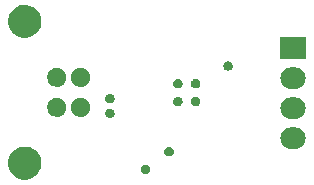
<source format=gbs>
G04 #@! TF.FileFunction,Soldermask,Bot*
%FSLAX46Y46*%
G04 Gerber Fmt 4.6, Leading zero omitted, Abs format (unit mm)*
G04 Created by KiCad (PCBNEW LL-2015-09-25-git:d09c0a2-llkicadgr) date Fri 25 Sep 2015 11:15:43 PM EEST*
%MOMM*%
G01*
G04 APERTURE LIST*
%ADD10C,0.150000*%
G04 APERTURE END LIST*
D10*
G36*
X134448049Y-109580401D02*
X134716999Y-109635609D01*
X134970100Y-109742002D01*
X135197718Y-109895532D01*
X135391182Y-110090352D01*
X135543121Y-110319037D01*
X135647742Y-110572870D01*
X135701004Y-110841858D01*
X135701004Y-110841868D01*
X135701070Y-110842202D01*
X135696691Y-111155797D01*
X135696615Y-111156131D01*
X135696615Y-111156143D01*
X135635867Y-111423529D01*
X135524194Y-111674350D01*
X135365931Y-111898702D01*
X135167101Y-112088045D01*
X134935289Y-112235157D01*
X134679312Y-112334445D01*
X134408930Y-112382120D01*
X134134433Y-112376371D01*
X133866275Y-112317412D01*
X133614690Y-112207497D01*
X133389231Y-112050799D01*
X133198509Y-111853300D01*
X133049782Y-111622522D01*
X132948711Y-111367245D01*
X132899147Y-111097194D01*
X132902981Y-110822666D01*
X132960063Y-110554112D01*
X133068224Y-110301755D01*
X133223339Y-110075216D01*
X133419504Y-109883116D01*
X133649242Y-109732780D01*
X133903806Y-109629930D01*
X134173496Y-109578484D01*
X134448049Y-109580401D01*
X134448049Y-109580401D01*
G37*
G36*
X144542013Y-111100265D02*
X144618857Y-111116039D01*
X144691169Y-111146436D01*
X144756206Y-111190304D01*
X144811478Y-111245963D01*
X144854891Y-111311304D01*
X144884782Y-111383825D01*
X144899951Y-111460433D01*
X144899951Y-111460444D01*
X144900017Y-111460778D01*
X144898766Y-111550376D01*
X144898689Y-111550715D01*
X144898689Y-111550718D01*
X144881388Y-111626874D01*
X144849483Y-111698533D01*
X144804266Y-111762633D01*
X144747454Y-111816733D01*
X144681225Y-111858763D01*
X144608088Y-111887132D01*
X144530839Y-111900752D01*
X144452411Y-111899110D01*
X144375793Y-111882264D01*
X144303914Y-111850861D01*
X144239494Y-111806088D01*
X144185004Y-111749662D01*
X144142510Y-111683725D01*
X144113634Y-111610791D01*
X144099472Y-111533630D01*
X144100568Y-111455195D01*
X144116876Y-111378468D01*
X144147780Y-111306365D01*
X144192098Y-111241640D01*
X144248146Y-111186753D01*
X144313784Y-111143801D01*
X144386517Y-111114415D01*
X144463568Y-111099717D01*
X144542013Y-111100265D01*
X144542013Y-111100265D01*
G37*
G36*
X146542013Y-109600265D02*
X146618857Y-109616039D01*
X146691169Y-109646436D01*
X146756206Y-109690304D01*
X146811478Y-109745963D01*
X146854891Y-109811304D01*
X146884782Y-109883825D01*
X146899951Y-109960433D01*
X146899951Y-109960444D01*
X146900017Y-109960778D01*
X146898766Y-110050376D01*
X146898689Y-110050715D01*
X146898689Y-110050718D01*
X146881388Y-110126874D01*
X146849483Y-110198533D01*
X146804266Y-110262633D01*
X146747454Y-110316733D01*
X146681225Y-110358763D01*
X146608088Y-110387132D01*
X146530839Y-110400752D01*
X146452411Y-110399110D01*
X146375793Y-110382264D01*
X146303914Y-110350861D01*
X146239494Y-110306088D01*
X146185004Y-110249662D01*
X146142510Y-110183725D01*
X146113634Y-110110791D01*
X146099472Y-110033630D01*
X146100568Y-109955195D01*
X146116876Y-109878468D01*
X146147780Y-109806365D01*
X146192098Y-109741640D01*
X146248146Y-109686753D01*
X146313784Y-109643801D01*
X146386517Y-109614415D01*
X146463568Y-109599717D01*
X146542013Y-109600265D01*
X146542013Y-109600265D01*
G37*
G36*
X157164938Y-107956451D02*
X157170314Y-107956489D01*
X157347506Y-107976364D01*
X157517463Y-108030278D01*
X157673712Y-108116176D01*
X157810300Y-108230788D01*
X157922026Y-108369746D01*
X158004633Y-108527759D01*
X158054976Y-108698808D01*
X158054979Y-108698842D01*
X158054983Y-108698855D01*
X158071139Y-108876376D01*
X158052506Y-109053655D01*
X158052502Y-109053668D01*
X158052498Y-109053705D01*
X157999772Y-109224034D01*
X157914967Y-109380879D01*
X157801312Y-109518264D01*
X157663137Y-109630957D01*
X157505704Y-109714665D01*
X157335011Y-109766201D01*
X157157558Y-109783600D01*
X156842406Y-109783600D01*
X156835062Y-109783549D01*
X156829686Y-109783511D01*
X156652494Y-109763636D01*
X156482537Y-109709722D01*
X156326288Y-109623824D01*
X156189700Y-109509212D01*
X156077974Y-109370254D01*
X155995367Y-109212241D01*
X155945024Y-109041192D01*
X155945021Y-109041158D01*
X155945017Y-109041145D01*
X155928861Y-108863624D01*
X155947494Y-108686345D01*
X155947498Y-108686332D01*
X155947502Y-108686295D01*
X156000228Y-108515966D01*
X156085033Y-108359121D01*
X156198688Y-108221736D01*
X156336863Y-108109043D01*
X156494296Y-108025335D01*
X156664989Y-107973799D01*
X156842442Y-107956400D01*
X157157594Y-107956400D01*
X157164938Y-107956451D01*
X157164938Y-107956451D01*
G37*
G36*
X157164938Y-105416451D02*
X157170314Y-105416489D01*
X157347506Y-105436364D01*
X157517463Y-105490278D01*
X157673712Y-105576176D01*
X157810300Y-105690788D01*
X157922026Y-105829746D01*
X158004633Y-105987759D01*
X158054976Y-106158808D01*
X158054979Y-106158842D01*
X158054983Y-106158855D01*
X158071139Y-106336376D01*
X158052506Y-106513655D01*
X158052502Y-106513668D01*
X158052498Y-106513705D01*
X157999772Y-106684034D01*
X157914967Y-106840879D01*
X157801312Y-106978264D01*
X157663137Y-107090957D01*
X157505704Y-107174665D01*
X157335011Y-107226201D01*
X157157558Y-107243600D01*
X156842406Y-107243600D01*
X156835062Y-107243549D01*
X156829686Y-107243511D01*
X156652494Y-107223636D01*
X156482537Y-107169722D01*
X156326288Y-107083824D01*
X156189700Y-106969212D01*
X156077974Y-106830254D01*
X155995367Y-106672241D01*
X155945024Y-106501192D01*
X155945021Y-106501158D01*
X155945017Y-106501145D01*
X155928861Y-106323624D01*
X155947494Y-106146345D01*
X155947498Y-106146332D01*
X155947502Y-106146295D01*
X156000228Y-105975966D01*
X156085033Y-105819121D01*
X156198688Y-105681736D01*
X156336863Y-105569043D01*
X156494296Y-105485335D01*
X156664989Y-105433799D01*
X156842442Y-105416400D01*
X157157594Y-105416400D01*
X157164938Y-105416451D01*
X157164938Y-105416451D01*
G37*
G36*
X141542013Y-106350265D02*
X141618857Y-106366039D01*
X141691169Y-106396436D01*
X141756206Y-106440304D01*
X141811478Y-106495963D01*
X141854891Y-106561304D01*
X141884782Y-106633825D01*
X141899951Y-106710433D01*
X141899951Y-106710444D01*
X141900017Y-106710778D01*
X141898766Y-106800376D01*
X141898689Y-106800715D01*
X141898689Y-106800718D01*
X141881388Y-106876874D01*
X141849483Y-106948533D01*
X141804266Y-107012633D01*
X141747454Y-107066733D01*
X141681225Y-107108763D01*
X141608088Y-107137132D01*
X141530839Y-107150752D01*
X141452411Y-107149110D01*
X141375793Y-107132264D01*
X141303914Y-107100861D01*
X141239494Y-107056088D01*
X141185004Y-106999662D01*
X141142510Y-106933725D01*
X141113634Y-106860791D01*
X141099472Y-106783630D01*
X141100568Y-106705195D01*
X141116876Y-106628468D01*
X141147780Y-106556365D01*
X141192098Y-106491640D01*
X141248146Y-106436753D01*
X141313784Y-106393801D01*
X141386517Y-106364415D01*
X141463568Y-106349717D01*
X141542013Y-106350265D01*
X141542013Y-106350265D01*
G37*
G36*
X139085288Y-105438539D02*
X139241279Y-105470560D01*
X139388075Y-105532267D01*
X139520093Y-105621314D01*
X139632302Y-105734310D01*
X139720427Y-105866946D01*
X139781105Y-106014166D01*
X139811969Y-106170036D01*
X139811969Y-106170045D01*
X139812035Y-106170379D01*
X139809495Y-106352263D01*
X139809419Y-106352597D01*
X139809419Y-106352609D01*
X139774219Y-106507546D01*
X139709448Y-106653022D01*
X139617657Y-106783145D01*
X139502334Y-106892965D01*
X139367886Y-106978288D01*
X139219420Y-107035875D01*
X139062600Y-107063526D01*
X138903393Y-107060192D01*
X138747861Y-107025996D01*
X138601939Y-106962244D01*
X138471179Y-106871363D01*
X138360558Y-106756812D01*
X138274298Y-106622963D01*
X138215677Y-106474903D01*
X138186930Y-106318272D01*
X138189154Y-106159048D01*
X138222261Y-106003289D01*
X138284995Y-105856922D01*
X138374961Y-105725530D01*
X138488736Y-105614112D01*
X138621982Y-105526918D01*
X138769629Y-105467265D01*
X138926047Y-105437427D01*
X139085288Y-105438539D01*
X139085288Y-105438539D01*
G37*
G36*
X137086308Y-105438539D02*
X137242299Y-105470560D01*
X137389095Y-105532267D01*
X137521113Y-105621314D01*
X137633322Y-105734310D01*
X137721447Y-105866946D01*
X137782125Y-106014166D01*
X137812989Y-106170036D01*
X137812989Y-106170045D01*
X137813055Y-106170379D01*
X137810515Y-106352263D01*
X137810439Y-106352597D01*
X137810439Y-106352609D01*
X137775239Y-106507546D01*
X137710468Y-106653022D01*
X137618677Y-106783145D01*
X137503354Y-106892965D01*
X137368906Y-106978288D01*
X137220440Y-107035875D01*
X137063620Y-107063526D01*
X136904413Y-107060192D01*
X136748881Y-107025996D01*
X136602959Y-106962244D01*
X136472199Y-106871363D01*
X136361578Y-106756812D01*
X136275318Y-106622963D01*
X136216697Y-106474903D01*
X136187950Y-106318272D01*
X136190174Y-106159048D01*
X136223281Y-106003289D01*
X136286015Y-105856922D01*
X136375981Y-105725530D01*
X136489756Y-105614112D01*
X136623002Y-105526918D01*
X136770649Y-105467265D01*
X136927067Y-105437427D01*
X137086308Y-105438539D01*
X137086308Y-105438539D01*
G37*
G36*
X147292013Y-105350265D02*
X147368857Y-105366039D01*
X147441169Y-105396436D01*
X147506206Y-105440304D01*
X147561478Y-105495963D01*
X147604891Y-105561304D01*
X147634782Y-105633825D01*
X147649951Y-105710433D01*
X147649951Y-105710444D01*
X147650017Y-105710778D01*
X147648766Y-105800376D01*
X147648689Y-105800715D01*
X147648689Y-105800718D01*
X147631388Y-105876874D01*
X147599483Y-105948533D01*
X147554266Y-106012633D01*
X147497454Y-106066733D01*
X147431225Y-106108763D01*
X147358088Y-106137132D01*
X147280839Y-106150752D01*
X147202411Y-106149110D01*
X147125793Y-106132264D01*
X147053914Y-106100861D01*
X146989494Y-106056088D01*
X146935004Y-105999662D01*
X146892510Y-105933725D01*
X146863634Y-105860791D01*
X146849472Y-105783630D01*
X146850568Y-105705195D01*
X146866876Y-105628468D01*
X146897780Y-105556365D01*
X146942098Y-105491640D01*
X146998146Y-105436753D01*
X147063784Y-105393801D01*
X147136517Y-105364415D01*
X147213568Y-105349717D01*
X147292013Y-105350265D01*
X147292013Y-105350265D01*
G37*
G36*
X148792013Y-105350265D02*
X148868857Y-105366039D01*
X148941169Y-105396436D01*
X149006206Y-105440304D01*
X149061478Y-105495963D01*
X149104891Y-105561304D01*
X149134782Y-105633825D01*
X149149951Y-105710433D01*
X149149951Y-105710444D01*
X149150017Y-105710778D01*
X149148766Y-105800376D01*
X149148689Y-105800715D01*
X149148689Y-105800718D01*
X149131388Y-105876874D01*
X149099483Y-105948533D01*
X149054266Y-106012633D01*
X148997454Y-106066733D01*
X148931225Y-106108763D01*
X148858088Y-106137132D01*
X148780839Y-106150752D01*
X148702411Y-106149110D01*
X148625793Y-106132264D01*
X148553914Y-106100861D01*
X148489494Y-106056088D01*
X148435004Y-105999662D01*
X148392510Y-105933725D01*
X148363634Y-105860791D01*
X148349472Y-105783630D01*
X148350568Y-105705195D01*
X148366876Y-105628468D01*
X148397780Y-105556365D01*
X148442098Y-105491640D01*
X148498146Y-105436753D01*
X148563784Y-105393801D01*
X148636517Y-105364415D01*
X148713568Y-105349717D01*
X148792013Y-105350265D01*
X148792013Y-105350265D01*
G37*
G36*
X141542013Y-105100265D02*
X141618857Y-105116039D01*
X141691169Y-105146436D01*
X141756206Y-105190304D01*
X141811478Y-105245963D01*
X141854891Y-105311304D01*
X141884782Y-105383825D01*
X141899951Y-105460433D01*
X141899951Y-105460444D01*
X141900017Y-105460778D01*
X141898766Y-105550376D01*
X141898689Y-105550715D01*
X141898689Y-105550718D01*
X141881388Y-105626874D01*
X141849483Y-105698533D01*
X141804266Y-105762633D01*
X141747454Y-105816733D01*
X141681225Y-105858763D01*
X141608088Y-105887132D01*
X141530839Y-105900752D01*
X141452411Y-105899110D01*
X141375793Y-105882264D01*
X141303914Y-105850861D01*
X141239494Y-105806088D01*
X141185004Y-105749662D01*
X141142510Y-105683725D01*
X141113634Y-105610791D01*
X141099472Y-105533630D01*
X141100568Y-105455195D01*
X141116876Y-105378468D01*
X141147780Y-105306365D01*
X141192098Y-105241640D01*
X141248146Y-105186753D01*
X141313784Y-105143801D01*
X141386517Y-105114415D01*
X141463568Y-105099717D01*
X141542013Y-105100265D01*
X141542013Y-105100265D01*
G37*
G36*
X157164938Y-102876451D02*
X157170314Y-102876489D01*
X157347506Y-102896364D01*
X157517463Y-102950278D01*
X157673712Y-103036176D01*
X157810300Y-103150788D01*
X157922026Y-103289746D01*
X158004633Y-103447759D01*
X158054976Y-103618808D01*
X158054979Y-103618842D01*
X158054983Y-103618855D01*
X158071139Y-103796376D01*
X158052506Y-103973655D01*
X158052502Y-103973668D01*
X158052498Y-103973705D01*
X157999772Y-104144034D01*
X157914967Y-104300879D01*
X157801312Y-104438264D01*
X157663137Y-104550957D01*
X157505704Y-104634665D01*
X157335011Y-104686201D01*
X157157558Y-104703600D01*
X156842406Y-104703600D01*
X156835062Y-104703549D01*
X156829686Y-104703511D01*
X156652494Y-104683636D01*
X156482537Y-104629722D01*
X156326288Y-104543824D01*
X156189700Y-104429212D01*
X156077974Y-104290254D01*
X155995367Y-104132241D01*
X155945024Y-103961192D01*
X155945021Y-103961158D01*
X155945017Y-103961145D01*
X155928861Y-103783624D01*
X155947494Y-103606345D01*
X155947498Y-103606332D01*
X155947502Y-103606295D01*
X156000228Y-103435966D01*
X156085033Y-103279121D01*
X156198688Y-103141736D01*
X156336863Y-103029043D01*
X156494296Y-102945335D01*
X156664989Y-102893799D01*
X156842442Y-102876400D01*
X157157594Y-102876400D01*
X157164938Y-102876451D01*
X157164938Y-102876451D01*
G37*
G36*
X147292013Y-103850265D02*
X147368857Y-103866039D01*
X147441169Y-103896436D01*
X147506206Y-103940304D01*
X147561478Y-103995963D01*
X147604891Y-104061304D01*
X147634782Y-104133825D01*
X147649951Y-104210433D01*
X147649951Y-104210444D01*
X147650017Y-104210778D01*
X147648766Y-104300376D01*
X147648689Y-104300715D01*
X147648689Y-104300718D01*
X147631388Y-104376874D01*
X147599483Y-104448533D01*
X147554266Y-104512633D01*
X147497454Y-104566733D01*
X147431225Y-104608763D01*
X147358088Y-104637132D01*
X147280839Y-104650752D01*
X147202411Y-104649110D01*
X147125793Y-104632264D01*
X147053914Y-104600861D01*
X146989494Y-104556088D01*
X146935004Y-104499662D01*
X146892510Y-104433725D01*
X146863634Y-104360791D01*
X146849472Y-104283630D01*
X146850568Y-104205195D01*
X146866876Y-104128468D01*
X146897780Y-104056365D01*
X146942098Y-103991640D01*
X146998146Y-103936753D01*
X147063784Y-103893801D01*
X147136517Y-103864415D01*
X147213568Y-103849717D01*
X147292013Y-103850265D01*
X147292013Y-103850265D01*
G37*
G36*
X148792013Y-103850265D02*
X148868857Y-103866039D01*
X148941169Y-103896436D01*
X149006206Y-103940304D01*
X149061478Y-103995963D01*
X149104891Y-104061304D01*
X149134782Y-104133825D01*
X149149951Y-104210433D01*
X149149951Y-104210444D01*
X149150017Y-104210778D01*
X149148766Y-104300376D01*
X149148689Y-104300715D01*
X149148689Y-104300718D01*
X149131388Y-104376874D01*
X149099483Y-104448533D01*
X149054266Y-104512633D01*
X148997454Y-104566733D01*
X148931225Y-104608763D01*
X148858088Y-104637132D01*
X148780839Y-104650752D01*
X148702411Y-104649110D01*
X148625793Y-104632264D01*
X148553914Y-104600861D01*
X148489494Y-104556088D01*
X148435004Y-104499662D01*
X148392510Y-104433725D01*
X148363634Y-104360791D01*
X148349472Y-104283630D01*
X148350568Y-104205195D01*
X148366876Y-104128468D01*
X148397780Y-104056365D01*
X148442098Y-103991640D01*
X148498146Y-103936753D01*
X148563784Y-103893801D01*
X148636517Y-103864415D01*
X148713568Y-103849717D01*
X148792013Y-103850265D01*
X148792013Y-103850265D01*
G37*
G36*
X139085288Y-102898539D02*
X139241279Y-102930560D01*
X139388075Y-102992267D01*
X139520093Y-103081314D01*
X139632302Y-103194310D01*
X139720427Y-103326946D01*
X139781105Y-103474166D01*
X139811969Y-103630036D01*
X139811969Y-103630045D01*
X139812035Y-103630379D01*
X139809495Y-103812263D01*
X139809419Y-103812597D01*
X139809419Y-103812609D01*
X139774219Y-103967546D01*
X139709448Y-104113022D01*
X139617657Y-104243145D01*
X139502334Y-104352965D01*
X139367886Y-104438288D01*
X139219420Y-104495875D01*
X139062600Y-104523526D01*
X138903393Y-104520192D01*
X138747861Y-104485996D01*
X138601939Y-104422244D01*
X138471179Y-104331363D01*
X138360558Y-104216812D01*
X138274298Y-104082963D01*
X138215677Y-103934903D01*
X138186930Y-103778272D01*
X138189154Y-103619048D01*
X138222261Y-103463289D01*
X138284995Y-103316922D01*
X138374961Y-103185530D01*
X138488736Y-103074112D01*
X138621982Y-102986918D01*
X138769629Y-102927265D01*
X138926047Y-102897427D01*
X139085288Y-102898539D01*
X139085288Y-102898539D01*
G37*
G36*
X137086308Y-102898539D02*
X137242299Y-102930560D01*
X137389095Y-102992267D01*
X137521113Y-103081314D01*
X137633322Y-103194310D01*
X137721447Y-103326946D01*
X137782125Y-103474166D01*
X137812989Y-103630036D01*
X137812989Y-103630045D01*
X137813055Y-103630379D01*
X137810515Y-103812263D01*
X137810439Y-103812597D01*
X137810439Y-103812609D01*
X137775239Y-103967546D01*
X137710468Y-104113022D01*
X137618677Y-104243145D01*
X137503354Y-104352965D01*
X137368906Y-104438288D01*
X137220440Y-104495875D01*
X137063620Y-104523526D01*
X136904413Y-104520192D01*
X136748881Y-104485996D01*
X136602959Y-104422244D01*
X136472199Y-104331363D01*
X136361578Y-104216812D01*
X136275318Y-104082963D01*
X136216697Y-103934903D01*
X136187950Y-103778272D01*
X136190174Y-103619048D01*
X136223281Y-103463289D01*
X136286015Y-103316922D01*
X136375981Y-103185530D01*
X136489756Y-103074112D01*
X136623002Y-102986918D01*
X136770649Y-102927265D01*
X136927067Y-102897427D01*
X137086308Y-102898539D01*
X137086308Y-102898539D01*
G37*
G36*
X151542013Y-102350265D02*
X151618857Y-102366039D01*
X151691169Y-102396436D01*
X151756206Y-102440304D01*
X151811478Y-102495963D01*
X151854891Y-102561304D01*
X151884782Y-102633825D01*
X151899951Y-102710433D01*
X151899951Y-102710444D01*
X151900017Y-102710778D01*
X151898766Y-102800376D01*
X151898689Y-102800715D01*
X151898689Y-102800718D01*
X151881388Y-102876874D01*
X151849483Y-102948533D01*
X151804266Y-103012633D01*
X151747454Y-103066733D01*
X151681225Y-103108763D01*
X151608088Y-103137132D01*
X151530839Y-103150752D01*
X151452411Y-103149110D01*
X151375793Y-103132264D01*
X151303914Y-103100861D01*
X151239494Y-103056088D01*
X151185004Y-102999662D01*
X151142510Y-102933725D01*
X151113634Y-102860791D01*
X151099472Y-102783630D01*
X151100568Y-102705195D01*
X151116876Y-102628468D01*
X151147780Y-102556365D01*
X151192098Y-102491640D01*
X151248146Y-102436753D01*
X151313784Y-102393801D01*
X151386517Y-102364415D01*
X151463568Y-102349717D01*
X151542013Y-102350265D01*
X151542013Y-102350265D01*
G37*
G36*
X158066000Y-102163600D02*
X155934000Y-102163600D01*
X155934000Y-100336400D01*
X158066000Y-100336400D01*
X158066000Y-102163600D01*
X158066000Y-102163600D01*
G37*
G36*
X134448049Y-97581441D02*
X134716999Y-97636649D01*
X134970100Y-97743042D01*
X135197718Y-97896572D01*
X135391182Y-98091392D01*
X135543121Y-98320077D01*
X135647742Y-98573910D01*
X135701004Y-98842898D01*
X135701004Y-98842908D01*
X135701070Y-98843242D01*
X135696691Y-99156837D01*
X135696615Y-99157171D01*
X135696615Y-99157183D01*
X135635867Y-99424569D01*
X135524194Y-99675390D01*
X135365931Y-99899742D01*
X135167101Y-100089085D01*
X134935289Y-100236197D01*
X134679312Y-100335485D01*
X134408930Y-100383160D01*
X134134433Y-100377411D01*
X133866275Y-100318452D01*
X133614690Y-100208537D01*
X133389231Y-100051839D01*
X133198509Y-99854340D01*
X133049782Y-99623562D01*
X132948711Y-99368285D01*
X132899147Y-99098234D01*
X132902981Y-98823706D01*
X132960063Y-98555152D01*
X133068224Y-98302795D01*
X133223339Y-98076256D01*
X133419504Y-97884156D01*
X133649242Y-97733820D01*
X133903806Y-97630970D01*
X134173496Y-97579524D01*
X134448049Y-97581441D01*
X134448049Y-97581441D01*
G37*
M02*

</source>
